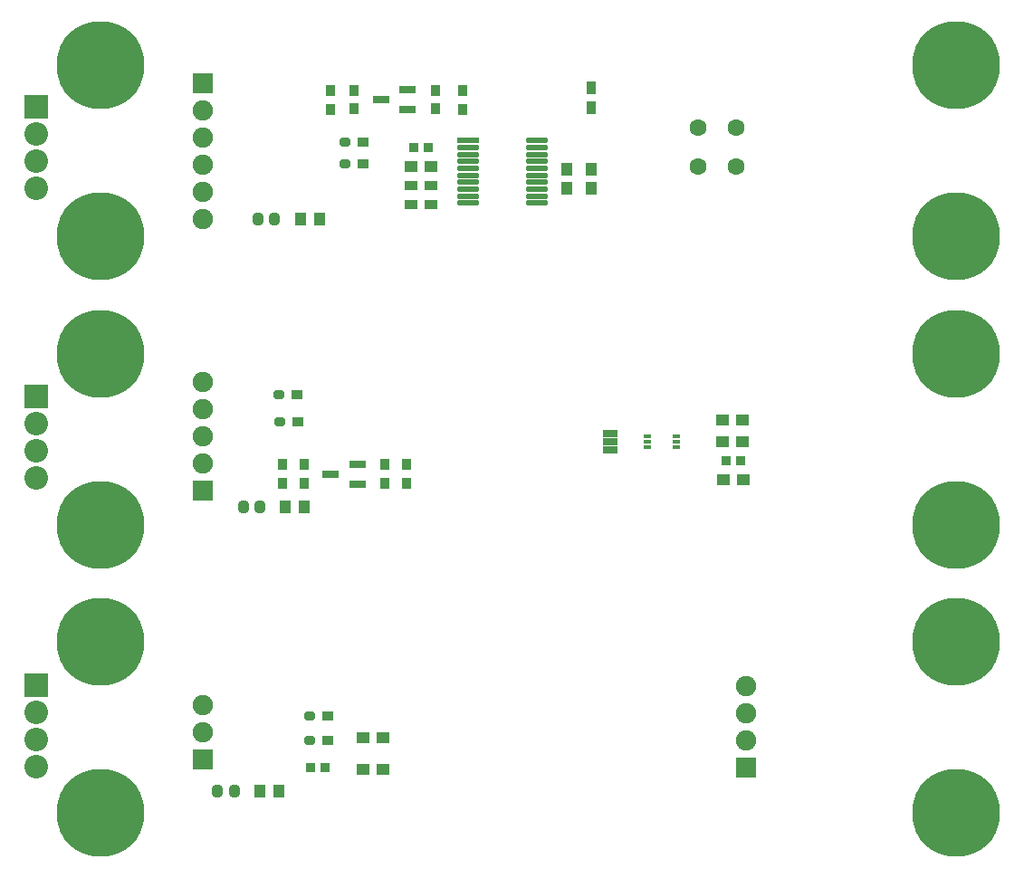
<source format=gts>
G04*
G04 #@! TF.GenerationSoftware,Altium Limited,Altium Designer,21.0.3 (12)*
G04*
G04 Layer_Color=8388736*
%FSLAX25Y25*%
%MOIN*%
G70*
G04*
G04 #@! TF.SameCoordinates,439F85FB-2BEC-417C-9B7D-EA87D0E056F6*
G04*
G04*
G04 #@! TF.FilePolarity,Negative*
G04*
G01*
G75*
%ADD32R,0.04800X0.03950*%
G04:AMPARAMS|DCode=33|XSize=45mil|YSize=40mil|CornerRadius=12mil|HoleSize=0mil|Usage=FLASHONLY|Rotation=270.000|XOffset=0mil|YOffset=0mil|HoleType=Round|Shape=RoundedRectangle|*
%AMROUNDEDRECTD33*
21,1,0.04500,0.01600,0,0,270.0*
21,1,0.02100,0.04000,0,0,270.0*
1,1,0.02400,-0.00800,-0.01050*
1,1,0.02400,-0.00800,0.01050*
1,1,0.02400,0.00800,0.01050*
1,1,0.02400,0.00800,-0.01050*
%
%ADD33ROUNDEDRECTD33*%
%ADD34R,0.04000X0.04500*%
%ADD35R,0.03800X0.03800*%
%ADD36R,0.03950X0.03556*%
G04:AMPARAMS|DCode=37|XSize=39.5mil|YSize=35.56mil|CornerRadius=0mil|HoleSize=0mil|Usage=FLASHONLY|Rotation=180.000|XOffset=0mil|YOffset=0mil|HoleType=Round|Shape=Octagon|*
%AMOCTAGOND37*
4,1,8,-0.01975,0.00889,-0.01975,-0.00889,-0.01086,-0.01778,0.01086,-0.01778,0.01975,-0.00889,0.01975,0.00889,0.01086,0.01778,-0.01086,0.01778,-0.01975,0.00889,0.0*
%
%ADD37OCTAGOND37*%

%ADD38R,0.02965X0.01784*%
%ADD39R,0.03800X0.04300*%
%ADD40R,0.06312X0.03162*%
%ADD41R,0.03800X0.04800*%
%ADD42R,0.03950X0.04800*%
%ADD43O,0.08280X0.02200*%
%ADD44R,0.08280X0.02200*%
%ADD45R,0.04800X0.03800*%
%ADD46R,0.05800X0.02800*%
%ADD47C,0.07493*%
%ADD48R,0.07493X0.07493*%
%ADD49C,0.06312*%
%ADD50C,0.32296*%
%ADD51R,0.08674X0.08674*%
%ADD52C,0.08674*%
D32*
X269300Y201000D02*
D03*
X262000D02*
D03*
X262200Y189500D02*
D03*
X269500D02*
D03*
X402000Y296000D02*
D03*
X394700D02*
D03*
X401650Y310000D02*
D03*
X394350D02*
D03*
X401650Y318000D02*
D03*
X394350D02*
D03*
X279803Y411516D02*
D03*
X287104D02*
D03*
D33*
X208394Y181500D02*
D03*
X214606D02*
D03*
X218000Y286000D02*
D03*
X224213D02*
D03*
X223287Y392000D02*
D03*
X229500D02*
D03*
D34*
X224000Y181500D02*
D03*
X231000D02*
D03*
X233500Y286000D02*
D03*
X240500D02*
D03*
X239000Y392000D02*
D03*
X246000D02*
D03*
D35*
X242882Y190000D02*
D03*
X248000D02*
D03*
X395882Y303000D02*
D03*
X401000D02*
D03*
X285922Y418516D02*
D03*
X280803D02*
D03*
D36*
X249000Y200000D02*
D03*
Y209000D02*
D03*
X238000Y317500D02*
D03*
X237846Y327500D02*
D03*
X262000Y412236D02*
D03*
Y420236D02*
D03*
D37*
X242307Y200000D02*
D03*
Y209000D02*
D03*
X231307Y317500D02*
D03*
X231153Y327500D02*
D03*
X255307Y412236D02*
D03*
X255307Y420236D02*
D03*
D38*
X366587Y311968D02*
D03*
Y310000D02*
D03*
Y308032D02*
D03*
X377413D02*
D03*
Y310000D02*
D03*
Y311968D02*
D03*
D39*
X278000Y294840D02*
D03*
Y301740D02*
D03*
X270000D02*
D03*
Y294840D02*
D03*
X240260Y301740D02*
D03*
Y294840D02*
D03*
X232260D02*
D03*
Y301740D02*
D03*
X298603Y432497D02*
D03*
Y439397D02*
D03*
X288603Y439497D02*
D03*
Y432597D02*
D03*
X258603Y439497D02*
D03*
Y432597D02*
D03*
X250000Y432336D02*
D03*
Y439236D02*
D03*
D40*
X260000Y294260D02*
D03*
Y301740D02*
D03*
X250103Y298001D02*
D03*
X278500Y432256D02*
D03*
Y439736D02*
D03*
X268603Y435997D02*
D03*
D41*
X346000Y440300D02*
D03*
Y433000D02*
D03*
D42*
X346000Y410536D02*
D03*
Y403236D02*
D03*
X337000Y410536D02*
D03*
Y403236D02*
D03*
D43*
X326000Y405559D02*
D03*
Y397882D02*
D03*
Y400441D02*
D03*
X326000Y403000D02*
D03*
X326000Y420914D02*
D03*
Y418355D02*
D03*
Y408118D02*
D03*
Y415795D02*
D03*
X300803Y397882D02*
D03*
Y400441D02*
D03*
Y413236D02*
D03*
Y415796D02*
D03*
Y418355D02*
D03*
Y408118D02*
D03*
Y405559D02*
D03*
Y403000D02*
D03*
Y410677D02*
D03*
X326000D02*
D03*
Y413236D02*
D03*
D44*
X300803Y420914D02*
D03*
D45*
X287104Y397516D02*
D03*
X279803D02*
D03*
X287104Y404516D02*
D03*
X279803D02*
D03*
D46*
X353000Y313000D02*
D03*
Y307000D02*
D03*
Y310000D02*
D03*
D47*
X203000Y392000D02*
D03*
Y402000D02*
D03*
Y412000D02*
D03*
Y422000D02*
D03*
Y432000D02*
D03*
Y213000D02*
D03*
Y203000D02*
D03*
X403000Y220000D02*
D03*
Y210000D02*
D03*
Y200000D02*
D03*
X203000Y302000D02*
D03*
Y312000D02*
D03*
Y322000D02*
D03*
Y332000D02*
D03*
D48*
Y442000D02*
D03*
Y193000D02*
D03*
X403000Y190000D02*
D03*
X203000Y292000D02*
D03*
D49*
X399416Y411537D02*
D03*
X399528Y425567D02*
D03*
X385386D02*
D03*
Y411425D02*
D03*
D50*
X480315Y236221D02*
D03*
Y173228D02*
D03*
X165354D02*
D03*
Y236221D02*
D03*
Y342520D02*
D03*
Y279528D02*
D03*
X480315D02*
D03*
Y342520D02*
D03*
Y448819D02*
D03*
Y385827D02*
D03*
X165354D02*
D03*
Y448819D02*
D03*
D51*
X141732Y433228D02*
D03*
Y326772D02*
D03*
Y220472D02*
D03*
D52*
Y423228D02*
D03*
Y413228D02*
D03*
Y403228D02*
D03*
Y316772D02*
D03*
Y306772D02*
D03*
Y296772D02*
D03*
Y210472D02*
D03*
Y200472D02*
D03*
Y190472D02*
D03*
M02*

</source>
